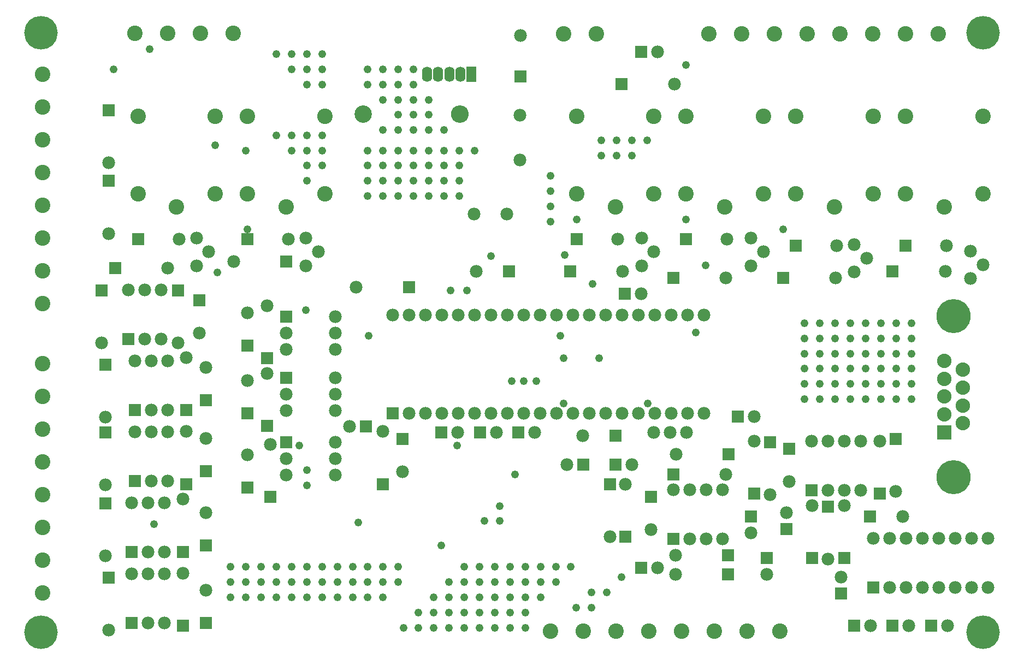
<source format=gts>
%FSLAX24Y24*%
%MOIN*%
G70*
G01*
G75*
G04 Layer_Color=8388736*
%ADD10C,0.0300*%
%ADD11C,0.0394*%
%ADD12C,0.0197*%
%ADD13C,0.0200*%
%ADD14C,0.0295*%
%ADD15O,0.0551X0.0850*%
%ADD16R,0.0551X0.0850*%
%ADD17C,0.0984*%
%ADD18O,0.1004X0.0984*%
%ADD19C,0.0700*%
%ADD20C,0.0866*%
%ADD21R,0.0700X0.0700*%
%ADD22R,0.0700X0.0700*%
%ADD23C,0.1969*%
%ADD24C,0.2000*%
%ADD25C,0.0800*%
%ADD26R,0.0800X0.0800*%
%ADD27C,0.0400*%
%ADD28R,0.0394X0.0394*%
%ADD29C,0.0400*%
%ADD30C,0.0098*%
%ADD31C,0.0079*%
%ADD32C,0.0100*%
%ADD33C,0.0138*%
%ADD34C,0.0080*%
%ADD35O,0.0631X0.0930*%
%ADD36R,0.0631X0.0930*%
%ADD37C,0.1064*%
%ADD38O,0.1084X0.1064*%
%ADD39C,0.0780*%
%ADD40C,0.0946*%
%ADD41R,0.0780X0.0780*%
%ADD42R,0.0780X0.0780*%
%ADD43C,0.2049*%
%ADD44C,0.2080*%
%ADD45C,0.0880*%
%ADD46R,0.0880X0.0880*%
%ADD47C,0.0480*%
D35*
X120811Y114400D02*
D03*
X121481D02*
D03*
X122150D02*
D03*
X122819D02*
D03*
D36*
X123489D02*
D03*
D37*
X116900Y111950D02*
D03*
D38*
X122806D02*
D03*
D39*
X126450Y111900D02*
D03*
Y109144D02*
D03*
X123681Y105850D02*
D03*
X125650D02*
D03*
X133874Y100984D02*
D03*
X101378Y80457D02*
D03*
X101181Y89315D02*
D03*
X101150Y93445D02*
D03*
X101378Y104669D02*
D03*
X100945Y97976D02*
D03*
X106102Y92575D02*
D03*
Y97102D02*
D03*
X109843Y91173D02*
D03*
Y95701D02*
D03*
X125016Y92520D02*
D03*
X132900Y89355D02*
D03*
X142913Y89535D02*
D03*
X141732Y88724D02*
D03*
X148425Y91984D02*
D03*
X154724Y102756D02*
D03*
X153965Y103591D02*
D03*
Y101917D02*
D03*
X101181Y84984D02*
D03*
X109843Y99835D02*
D03*
X142717Y87614D02*
D03*
X145276Y84787D02*
D03*
X104976Y102559D02*
D03*
X105650Y104331D02*
D03*
X116480Y101378D02*
D03*
X130283Y92323D02*
D03*
X135969Y85039D02*
D03*
X135995Y91200D02*
D03*
X105906Y83913D02*
D03*
X103756Y80906D02*
D03*
X104756D02*
D03*
X102756Y83906D02*
D03*
X103756D02*
D03*
X104756D02*
D03*
X107283Y96488D02*
D03*
Y92157D02*
D03*
X103953Y89567D02*
D03*
X104953D02*
D03*
X102953Y92567D02*
D03*
X103953D02*
D03*
X104953D02*
D03*
X105600Y97995D02*
D03*
X106890Y98591D02*
D03*
X107480Y103543D02*
D03*
X106720Y104378D02*
D03*
Y102705D02*
D03*
X103559Y98228D02*
D03*
X104559D02*
D03*
X102559Y101228D02*
D03*
X103559D02*
D03*
X104559D02*
D03*
X111220Y91787D02*
D03*
X111024Y96118D02*
D03*
X118110Y92575D02*
D03*
X112205Y94866D02*
D03*
Y93866D02*
D03*
X115205Y95866D02*
D03*
Y94866D02*
D03*
Y93866D02*
D03*
X112205Y90929D02*
D03*
Y89929D02*
D03*
X115205Y91929D02*
D03*
Y90929D02*
D03*
Y89929D02*
D03*
X116050Y92900D02*
D03*
X119291Y90126D02*
D03*
X114173Y103543D02*
D03*
X113413Y104378D02*
D03*
Y102705D02*
D03*
X127378Y92520D02*
D03*
X129315Y90551D02*
D03*
X131950Y86145D02*
D03*
X132732Y102362D02*
D03*
X132421Y104331D02*
D03*
X135969Y83858D02*
D03*
X136646Y92520D02*
D03*
X135646D02*
D03*
X134646D02*
D03*
X140764Y93504D02*
D03*
X139031Y89961D02*
D03*
X140748Y91984D02*
D03*
X134449Y86583D02*
D03*
X136827Y86024D02*
D03*
X137827D02*
D03*
X138827D02*
D03*
X135827Y89024D02*
D03*
X136827D02*
D03*
X137827D02*
D03*
X138827D02*
D03*
X140551Y86402D02*
D03*
X139031Y101968D02*
D03*
X139114Y104331D02*
D03*
X141339Y103543D02*
D03*
X140579Y104378D02*
D03*
Y102705D02*
D03*
X152575Y80709D02*
D03*
X150213D02*
D03*
X147850D02*
D03*
X149409Y88921D02*
D03*
X149835Y87402D02*
D03*
X152500Y103937D02*
D03*
X147638Y103150D02*
D03*
X146878Y103984D02*
D03*
Y102311D02*
D03*
X152417Y102362D02*
D03*
X105906Y88441D02*
D03*
X103756Y85236D02*
D03*
X104756D02*
D03*
X102756Y88236D02*
D03*
X103756D02*
D03*
X104756D02*
D03*
X103953Y93898D02*
D03*
X104953D02*
D03*
X102953Y96898D02*
D03*
X103953D02*
D03*
X104953D02*
D03*
X101378Y109000D02*
D03*
X111024Y100252D02*
D03*
X123800Y102350D02*
D03*
X112205Y98606D02*
D03*
Y97606D02*
D03*
X115205Y99606D02*
D03*
Y98606D02*
D03*
Y97606D02*
D03*
X144291Y88047D02*
D03*
X141535Y83843D02*
D03*
X149031Y83071D02*
D03*
X150031D02*
D03*
X151032D02*
D03*
X152031D02*
D03*
X153032D02*
D03*
X154031D02*
D03*
X148032Y86071D02*
D03*
X149031D02*
D03*
X150031D02*
D03*
X151032D02*
D03*
X152031D02*
D03*
X153032D02*
D03*
X154031D02*
D03*
X155031D02*
D03*
Y83071D02*
D03*
X146260Y88047D02*
D03*
X107283Y82906D02*
D03*
X134858Y84252D02*
D03*
X146063Y83677D02*
D03*
X122654Y92520D02*
D03*
X133283Y90551D02*
D03*
X145250Y89000D02*
D03*
X146250D02*
D03*
X147250D02*
D03*
X144250Y92000D02*
D03*
X145250D02*
D03*
X146250D02*
D03*
X147250D02*
D03*
X109000Y102953D02*
D03*
X112343Y104331D02*
D03*
X145724Y101968D02*
D03*
X134646Y103543D02*
D03*
X133886Y104378D02*
D03*
Y102705D02*
D03*
X145807Y103937D02*
D03*
X134858Y115748D02*
D03*
X126500Y116750D02*
D03*
X135882Y113780D02*
D03*
X107283Y87630D02*
D03*
X119701Y93701D02*
D03*
X120701D02*
D03*
X121701D02*
D03*
X122701D02*
D03*
X123701D02*
D03*
X124701D02*
D03*
X125701D02*
D03*
X118701Y99701D02*
D03*
X119701D02*
D03*
X120701D02*
D03*
X121701D02*
D03*
X122701D02*
D03*
X123701D02*
D03*
X124701D02*
D03*
X125701D02*
D03*
X126701Y93701D02*
D03*
X127701D02*
D03*
X126701Y99701D02*
D03*
X127701D02*
D03*
X128701Y93701D02*
D03*
X129701D02*
D03*
X130701D02*
D03*
X131701D02*
D03*
X132701D02*
D03*
X133701D02*
D03*
X134701D02*
D03*
X135701D02*
D03*
X136701D02*
D03*
X128701Y99701D02*
D03*
X129701D02*
D03*
X130701D02*
D03*
X131701D02*
D03*
X132701D02*
D03*
X133701D02*
D03*
X134701D02*
D03*
X135701D02*
D03*
X136701D02*
D03*
X137701Y93701D02*
D03*
Y99701D02*
D03*
D40*
X102953Y116890D02*
D03*
X104953D02*
D03*
X106968D02*
D03*
X108968D02*
D03*
X129921Y107087D02*
D03*
Y111811D02*
D03*
X132283Y106299D02*
D03*
X134646Y107087D02*
D03*
Y111811D02*
D03*
X129134Y116850D02*
D03*
X131134D02*
D03*
X97323Y96717D02*
D03*
Y94717D02*
D03*
Y92717D02*
D03*
Y90717D02*
D03*
Y88717D02*
D03*
Y86717D02*
D03*
Y84717D02*
D03*
Y82717D02*
D03*
X103150Y107087D02*
D03*
Y111811D02*
D03*
X105512Y106299D02*
D03*
X107874Y107087D02*
D03*
Y111811D02*
D03*
X136614Y107087D02*
D03*
Y111811D02*
D03*
X138976Y106299D02*
D03*
X141339Y107087D02*
D03*
Y111811D02*
D03*
X150000Y107087D02*
D03*
Y111811D02*
D03*
X152362Y106299D02*
D03*
X154724Y107087D02*
D03*
Y111811D02*
D03*
X97323Y114394D02*
D03*
Y112394D02*
D03*
Y110394D02*
D03*
Y108394D02*
D03*
Y106394D02*
D03*
Y104394D02*
D03*
Y102394D02*
D03*
Y100394D02*
D03*
X142346Y80394D02*
D03*
X140346D02*
D03*
X138346D02*
D03*
X136346D02*
D03*
X134346D02*
D03*
X132346D02*
D03*
X130346D02*
D03*
X128346D02*
D03*
X109843Y107087D02*
D03*
Y111811D02*
D03*
X112205Y106299D02*
D03*
X114567Y107087D02*
D03*
Y111811D02*
D03*
X143307Y107087D02*
D03*
Y111811D02*
D03*
X145669Y106299D02*
D03*
X148032Y107087D02*
D03*
Y111811D02*
D03*
X138008Y116850D02*
D03*
X140008D02*
D03*
X142008D02*
D03*
X144008D02*
D03*
X146008D02*
D03*
X148008D02*
D03*
X150008D02*
D03*
X152008D02*
D03*
D41*
X132874Y100984D02*
D03*
X124016Y92520D02*
D03*
X101772Y102559D02*
D03*
X103150Y104331D02*
D03*
X119685Y101378D02*
D03*
X132283Y92323D02*
D03*
X139173Y85039D02*
D03*
X139200Y91200D02*
D03*
X112205Y95866D02*
D03*
Y91929D02*
D03*
X117050Y92900D02*
D03*
X126378Y92520D02*
D03*
X130315Y90551D02*
D03*
X129528Y102362D02*
D03*
X129921Y104331D02*
D03*
X139173Y83858D02*
D03*
X139764Y93504D02*
D03*
X135827Y89961D02*
D03*
Y101968D02*
D03*
X136614Y104331D02*
D03*
X151575Y80709D02*
D03*
X149213D02*
D03*
X146850D02*
D03*
X147835Y87402D02*
D03*
X150000Y103937D02*
D03*
X149213Y102362D02*
D03*
X125800Y102350D02*
D03*
X112205Y99606D02*
D03*
X133858Y84252D02*
D03*
X121654Y92520D02*
D03*
X132283Y90551D02*
D03*
X112205Y102953D02*
D03*
X109843Y104331D02*
D03*
X142520Y101968D02*
D03*
X143307Y103937D02*
D03*
X132677Y113780D02*
D03*
D42*
X101378Y83661D02*
D03*
X101181Y92520D02*
D03*
X101150Y96650D02*
D03*
X101378Y107874D02*
D03*
X100945Y101181D02*
D03*
X106102Y89370D02*
D03*
Y93898D02*
D03*
X109843Y89173D02*
D03*
Y93701D02*
D03*
X132900Y86150D02*
D03*
X142913Y91535D02*
D03*
X141732Y91929D02*
D03*
X148425Y88780D02*
D03*
X101181Y88189D02*
D03*
X109843Y97835D02*
D03*
X142717Y86614D02*
D03*
X145276Y87992D02*
D03*
X105906Y80709D02*
D03*
X102756Y80906D02*
D03*
X107283Y94488D02*
D03*
Y90157D02*
D03*
X102953Y89567D02*
D03*
X105600Y101200D02*
D03*
X106890Y100591D02*
D03*
X102559Y98228D02*
D03*
X111220Y88583D02*
D03*
X111024Y92913D02*
D03*
X118110Y89370D02*
D03*
X119291Y92126D02*
D03*
X131950Y89350D02*
D03*
X140748Y88780D02*
D03*
X134449Y88583D02*
D03*
X135827Y86024D02*
D03*
X140551Y87402D02*
D03*
X149409Y92126D02*
D03*
X105906Y85236D02*
D03*
X102756D02*
D03*
X102953Y93898D02*
D03*
X101378Y112205D02*
D03*
X111024Y97047D02*
D03*
X144291Y84843D02*
D03*
X141535D02*
D03*
X148032Y83071D02*
D03*
X146260Y84843D02*
D03*
X107283Y80906D02*
D03*
X146063Y82677D02*
D03*
X144250Y89000D02*
D03*
X133858Y115748D02*
D03*
X126500Y114250D02*
D03*
X107283Y85630D02*
D03*
X118701Y93701D02*
D03*
D43*
X154724Y80315D02*
D03*
Y116929D02*
D03*
X97244Y80315D02*
D03*
Y116929D02*
D03*
D44*
X152944Y89790D02*
D03*
Y99630D02*
D03*
D45*
X152362Y94710D02*
D03*
Y93620D02*
D03*
Y95800D02*
D03*
Y96890D02*
D03*
X153486Y93080D02*
D03*
Y94170D02*
D03*
Y95260D02*
D03*
Y96350D02*
D03*
D46*
X152362Y92530D02*
D03*
D47*
X109740Y109740D02*
D03*
X107880Y110050D02*
D03*
X103850Y115940D02*
D03*
X101680Y114700D02*
D03*
X132680Y83700D02*
D03*
X123070Y83390D02*
D03*
X125240Y87110D02*
D03*
X124310D02*
D03*
X126790Y81530D02*
D03*
X125860D02*
D03*
Y82460D02*
D03*
X126790D02*
D03*
X125240Y88040D02*
D03*
X123070Y84320D02*
D03*
X119040D02*
D03*
X117180Y108810D02*
D03*
X118110D02*
D03*
X119040D02*
D03*
X119970D02*
D03*
Y109740D02*
D03*
X119040D02*
D03*
X118110D02*
D03*
X117180D02*
D03*
X126790Y80600D02*
D03*
X113460Y84320D02*
D03*
X117180Y106950D02*
D03*
X118110D02*
D03*
X119040D02*
D03*
X119970D02*
D03*
Y107880D02*
D03*
X119040D02*
D03*
X118110D02*
D03*
X117180D02*
D03*
X119040Y83390D02*
D03*
X113460Y82460D02*
D03*
X114390D02*
D03*
X115320D02*
D03*
X116250D02*
D03*
X117180D02*
D03*
X119970Y110980D02*
D03*
X119040D02*
D03*
X118110D02*
D03*
X113460Y83390D02*
D03*
X108810D02*
D03*
X109740D02*
D03*
X110670D02*
D03*
X111600D02*
D03*
X112530D02*
D03*
Y82460D02*
D03*
X111600D02*
D03*
X110670D02*
D03*
X109740D02*
D03*
X108810D02*
D03*
X114390Y83390D02*
D03*
X115320D02*
D03*
X116250D02*
D03*
X117180D02*
D03*
X118110D02*
D03*
X112530Y84320D02*
D03*
X111600D02*
D03*
X110670D02*
D03*
X109740D02*
D03*
X108810D02*
D03*
X122140Y80600D02*
D03*
X123070D02*
D03*
X124000D02*
D03*
X124930D02*
D03*
X125860D02*
D03*
X118110Y84320D02*
D03*
X117180D02*
D03*
X116250D02*
D03*
X115320D02*
D03*
X114390D02*
D03*
X124930Y82460D02*
D03*
X124000D02*
D03*
X123070D02*
D03*
X122140D02*
D03*
X121210D02*
D03*
Y81530D02*
D03*
X122140D02*
D03*
X123070D02*
D03*
X124000D02*
D03*
X124930D02*
D03*
X112530Y114700D02*
D03*
X113460D02*
D03*
X114390D02*
D03*
Y113770D02*
D03*
X113460D02*
D03*
X131440Y109430D02*
D03*
X132370D02*
D03*
X133300D02*
D03*
X114390Y115630D02*
D03*
X113460D02*
D03*
X112530D02*
D03*
X111600D02*
D03*
X134230Y110360D02*
D03*
X133300D02*
D03*
X132370D02*
D03*
X131440D02*
D03*
X146630Y98270D02*
D03*
X147560D02*
D03*
X148490D02*
D03*
X149420D02*
D03*
X150350D02*
D03*
Y99200D02*
D03*
X149420D02*
D03*
X148490D02*
D03*
X147560D02*
D03*
X146630D02*
D03*
Y96410D02*
D03*
X147560D02*
D03*
X148490D02*
D03*
X149420D02*
D03*
X150350D02*
D03*
Y97340D02*
D03*
X149420D02*
D03*
X148490D02*
D03*
X147560D02*
D03*
X146630D02*
D03*
Y94550D02*
D03*
X147560D02*
D03*
X148490D02*
D03*
X149420D02*
D03*
X150350D02*
D03*
Y95480D02*
D03*
X149420D02*
D03*
X148490D02*
D03*
X147560D02*
D03*
X146630D02*
D03*
X143840Y98270D02*
D03*
X144770D02*
D03*
X145700D02*
D03*
Y99200D02*
D03*
X144770D02*
D03*
X143840D02*
D03*
Y96410D02*
D03*
X144770D02*
D03*
X145700D02*
D03*
Y97340D02*
D03*
X144770D02*
D03*
X143840D02*
D03*
Y94550D02*
D03*
X144770D02*
D03*
X145700D02*
D03*
Y95480D02*
D03*
X144770D02*
D03*
X143840D02*
D03*
X119040Y112840D02*
D03*
X118110D02*
D03*
X121830Y107880D02*
D03*
X122760D02*
D03*
X124000Y83390D02*
D03*
Y84320D02*
D03*
X122760Y106950D02*
D03*
X121830D02*
D03*
X119040Y111910D02*
D03*
X119970D02*
D03*
X120900Y108810D02*
D03*
X122760Y109740D02*
D03*
X121830D02*
D03*
X117180Y113770D02*
D03*
X118110D02*
D03*
Y114700D02*
D03*
X117180D02*
D03*
X121830Y108810D02*
D03*
X122760D02*
D03*
X120900Y109740D02*
D03*
Y106950D02*
D03*
Y107880D02*
D03*
X128340Y105400D02*
D03*
Y107260D02*
D03*
Y106330D02*
D03*
X119040Y114700D02*
D03*
X119970D02*
D03*
X113460Y108810D02*
D03*
X114390D02*
D03*
X128340Y108190D02*
D03*
X119970Y113770D02*
D03*
X119040D02*
D03*
X113460Y90210D02*
D03*
Y89280D02*
D03*
X121830Y110980D02*
D03*
X120900D02*
D03*
X112530Y109740D02*
D03*
X118110Y82460D02*
D03*
X120280Y81530D02*
D03*
X119350Y80600D02*
D03*
X120280D02*
D03*
X121210D02*
D03*
X114390Y110670D02*
D03*
X113460D02*
D03*
X112530D02*
D03*
X111600D02*
D03*
X120900Y111910D02*
D03*
X119970Y112840D02*
D03*
X120900D02*
D03*
X113460Y109740D02*
D03*
X114390D02*
D03*
X129580Y84320D02*
D03*
X130820Y82770D02*
D03*
X123690Y109740D02*
D03*
X122140Y83390D02*
D03*
X127720Y82460D02*
D03*
X131750Y82770D02*
D03*
X113460Y107880D02*
D03*
X129890Y81840D02*
D03*
X130820D02*
D03*
X128650Y83390D02*
D03*
X127720D02*
D03*
X126790D02*
D03*
X125860D02*
D03*
X124930D02*
D03*
Y84320D02*
D03*
X125860D02*
D03*
X126790D02*
D03*
X127720D02*
D03*
X128650D02*
D03*
X108000Y102300D02*
D03*
X127450Y95650D02*
D03*
X125950D02*
D03*
X126701D02*
D03*
X129134Y94291D02*
D03*
X117244Y98425D02*
D03*
X124701Y103300D02*
D03*
X129185Y103346D02*
D03*
X112992Y91732D02*
D03*
X113386Y100000D02*
D03*
X121654Y85630D02*
D03*
X122638Y91732D02*
D03*
X122244Y101181D02*
D03*
X131299Y97047D02*
D03*
X130906Y101575D02*
D03*
X129921Y105512D02*
D03*
X134252Y94291D02*
D03*
X137205Y98622D02*
D03*
X136614Y105512D02*
D03*
Y114961D02*
D03*
X104134Y86929D02*
D03*
X109843Y104921D02*
D03*
X116614Y87008D02*
D03*
X142520Y104921D02*
D03*
X129134Y97047D02*
D03*
X128937Y98425D02*
D03*
X123228Y101181D02*
D03*
X137795Y102717D02*
D03*
X126181Y89961D02*
D03*
M02*

</source>
